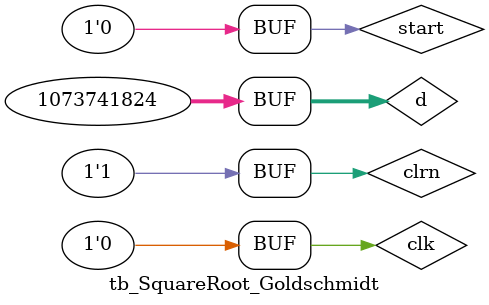
<source format=v>
`timescale 1ns / 1ps

module tb_SquareRoot_Goldschmidt();

    reg clk, clrn;
    reg start;
    reg [31:0] d;
    wire[31:0] q, xn;
    wire busy, ready;
    
    SquareRoot_Goldschmidt sqrt(clk, clrn, start, d, q, xn, busy, ready);
    
    // Clock
    always begin
       clk = 1'b1;
       #5;
       clk = 1'b0;
       #5;
    end
    
    initial begin
        clrn = 1'b1;
        #10;
        
        d = 32'h40000000; 
        #10;
        
        start = 1'b1;
        #10;
        start = 1'b0;      
    end
endmodule

</source>
